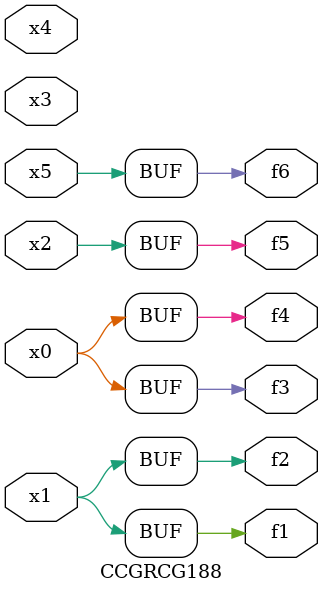
<source format=v>
module CCGRCG188(
	input x0, x1, x2, x3, x4, x5,
	output f1, f2, f3, f4, f5, f6
);
	assign f1 = x1;
	assign f2 = x1;
	assign f3 = x0;
	assign f4 = x0;
	assign f5 = x2;
	assign f6 = x5;
endmodule

</source>
